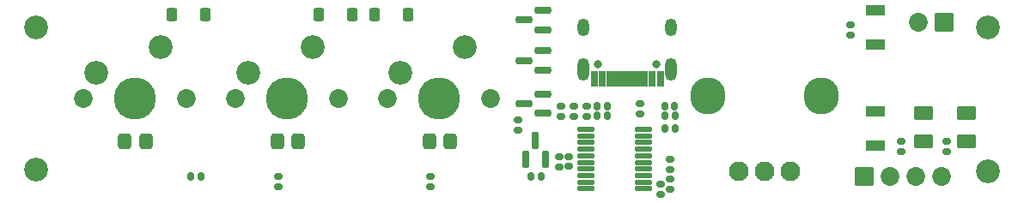
<source format=gts>
%TF.GenerationSoftware,KiCad,Pcbnew,9.0.2*%
%TF.CreationDate,2025-05-22T15:05:22+08:00*%
%TF.ProjectId,tsubaki_lite,74737562-616b-4695-9f6c-6974652e6b69,2025.4*%
%TF.SameCoordinates,Original*%
%TF.FileFunction,Soldermask,Top*%
%TF.FilePolarity,Negative*%
%FSLAX46Y46*%
G04 Gerber Fmt 4.6, Leading zero omitted, Abs format (unit mm)*
G04 Created by KiCad (PCBNEW 9.0.2) date 2025-05-22 15:05:22*
%MOMM*%
%LPD*%
G01*
G04 APERTURE LIST*
G04 Aperture macros list*
%AMRoundRect*
0 Rectangle with rounded corners*
0 $1 Rounding radius*
0 $2 $3 $4 $5 $6 $7 $8 $9 X,Y pos of 4 corners*
0 Add a 4 corners polygon primitive as box body*
4,1,4,$2,$3,$4,$5,$6,$7,$8,$9,$2,$3,0*
0 Add four circle primitives for the rounded corners*
1,1,$1+$1,$2,$3*
1,1,$1+$1,$4,$5*
1,1,$1+$1,$6,$7*
1,1,$1+$1,$8,$9*
0 Add four rect primitives between the rounded corners*
20,1,$1+$1,$2,$3,$4,$5,0*
20,1,$1+$1,$4,$5,$6,$7,0*
20,1,$1+$1,$6,$7,$8,$9,0*
20,1,$1+$1,$8,$9,$2,$3,0*%
G04 Aperture macros list end*
%ADD10C,0.802400*%
%ADD11RoundRect,0.076200X0.300000X0.725000X-0.300000X0.725000X-0.300000X-0.725000X0.300000X-0.725000X0*%
%ADD12RoundRect,0.076200X0.150000X0.725000X-0.150000X0.725000X-0.150000X-0.725000X0.150000X-0.725000X0*%
%ADD13O,1.152400X2.252400*%
%ADD14O,1.152400X1.752400*%
%ADD15RoundRect,0.173100X-0.223100X0.173100X-0.223100X-0.173100X0.223100X-0.173100X0.223100X0.173100X0*%
%ADD16RoundRect,0.173100X0.223100X-0.173100X0.223100X0.173100X-0.223100X0.173100X-0.223100X-0.173100X0*%
%ADD17RoundRect,0.138100X-0.675600X-0.138100X0.675600X-0.138100X0.675600X0.138100X-0.675600X0.138100X0*%
%ADD18C,2.352400*%
%ADD19RoundRect,0.283130X0.368070X0.493070X-0.368070X0.493070X-0.368070X-0.493070X0.368070X-0.493070X0*%
%ADD20RoundRect,0.173100X0.173100X0.223100X-0.173100X0.223100X-0.173100X-0.223100X0.173100X-0.223100X0*%
%ADD21RoundRect,0.178100X-0.208100X0.178100X-0.208100X-0.178100X0.208100X-0.178100X0.208100X0.178100X0*%
%ADD22RoundRect,0.076200X0.850000X-0.450000X0.850000X0.450000X-0.850000X0.450000X-0.850000X-0.450000X0*%
%ADD23C,1.852400*%
%ADD24C,4.152400*%
%ADD25RoundRect,0.076200X0.850000X-0.850000X0.850000X0.850000X-0.850000X0.850000X-0.850000X-0.850000X0*%
%ADD26RoundRect,0.188100X0.188100X-0.625600X0.188100X0.625600X-0.188100X0.625600X-0.188100X-0.625600X0*%
%ADD27RoundRect,0.076200X-0.850000X0.450000X-0.850000X-0.450000X0.850000X-0.450000X0.850000X0.450000X0*%
%ADD28RoundRect,0.076200X-0.850000X0.850000X-0.850000X-0.850000X0.850000X-0.850000X0.850000X0.850000X0*%
%ADD29RoundRect,0.280480X-0.670720X0.420720X-0.670720X-0.420720X0.670720X-0.420720X0.670720X0.420720X0*%
%ADD30RoundRect,0.263100X-0.263100X-0.413100X0.263100X-0.413100X0.263100X0.413100X-0.263100X0.413100X0*%
%ADD31RoundRect,0.263100X0.263100X0.413100X-0.263100X0.413100X-0.263100X-0.413100X0.263100X-0.413100X0*%
%ADD32RoundRect,0.188100X0.625600X0.188100X-0.625600X0.188100X-0.625600X-0.188100X0.625600X-0.188100X0*%
%ADD33RoundRect,0.178100X-0.178100X-0.208100X0.178100X-0.208100X0.178100X0.208100X-0.178100X0.208100X0*%
%ADD34RoundRect,0.173100X-0.173100X-0.223100X0.173100X-0.223100X0.173100X0.223100X-0.173100X0.223100X0*%
%ADD35C,1.952400*%
%ADD36O,3.452400X3.652400*%
G04 APERTURE END LIST*
D10*
%TO.C,J1*%
X157129248Y-96648130D03*
X151349248Y-96648130D03*
D11*
X157489248Y-98093130D03*
X156689248Y-98093130D03*
D12*
X155489248Y-98093130D03*
X154489248Y-98093130D03*
X153989248Y-98093130D03*
X152989248Y-98093130D03*
D11*
X151789248Y-98093130D03*
X150989248Y-98093130D03*
X150989248Y-98093130D03*
X151789248Y-98093130D03*
D12*
X152489248Y-98093130D03*
X153489248Y-98093130D03*
X154989248Y-98093130D03*
X155989248Y-98093130D03*
D11*
X156689248Y-98093130D03*
X157489248Y-98093130D03*
D13*
X158559248Y-97178130D03*
D14*
X158559248Y-92998130D03*
D13*
X149919248Y-97178130D03*
D14*
X149919248Y-92998130D03*
%TD*%
D15*
%TO.C,R3*%
X155500000Y-101510000D03*
X155500000Y-100490000D03*
%TD*%
D16*
%TO.C,R15*%
X158500000Y-107990000D03*
X158500000Y-109010000D03*
%TD*%
D17*
%TO.C,U1*%
X155862500Y-103075000D03*
X155862500Y-103725000D03*
X155862500Y-104375000D03*
X155862500Y-105025000D03*
X155862500Y-105675000D03*
X155862500Y-106325000D03*
X155862500Y-106975000D03*
X155862500Y-107625000D03*
X155862500Y-108275000D03*
X155862500Y-108925000D03*
X150137500Y-108925000D03*
X150137500Y-108275000D03*
X150137500Y-107625000D03*
X150137500Y-106975000D03*
X150137500Y-106325000D03*
X150137500Y-105675000D03*
X150137500Y-105025000D03*
X150137500Y-104375000D03*
X150137500Y-103725000D03*
X150137500Y-103075000D03*
%TD*%
D16*
%TO.C,R_1_3*%
X134874000Y-108716000D03*
X134874000Y-107696000D03*
%TD*%
%TO.C,R16*%
X176210000Y-93770100D03*
X176210000Y-92750100D03*
%TD*%
D18*
%TO.C,H1*%
X96000000Y-93000000D03*
%TD*%
D19*
%TO.C,L_1_1*%
X106775000Y-104250000D03*
X104725000Y-104250000D03*
%TD*%
D20*
%TO.C,R8*%
X152260000Y-101750100D03*
X151240000Y-101750100D03*
%TD*%
D21*
%TO.C,C1*%
X148500000Y-105770000D03*
X148500000Y-106730000D03*
%TD*%
D22*
%TO.C,SW1*%
X178710000Y-104650100D03*
X178710000Y-101250100D03*
%TD*%
D23*
%TO.C,SW_1_2*%
X115590000Y-100000000D03*
D24*
X120670000Y-100000000D03*
D23*
X125750000Y-100000000D03*
D18*
X123210000Y-94920000D03*
X116860000Y-97460000D03*
%TD*%
D19*
%TO.C,L_1_2*%
X121800000Y-104250000D03*
X119750000Y-104250000D03*
%TD*%
D20*
%TO.C,R13*%
X145760000Y-107750000D03*
X144740000Y-107750000D03*
%TD*%
D18*
%TO.C,H3*%
X189750000Y-93000000D03*
%TD*%
D25*
%TO.C,J3*%
X177630000Y-107750100D03*
D23*
X180170000Y-107750100D03*
X182710000Y-107750100D03*
X185250000Y-107750100D03*
%TD*%
D26*
%TO.C,Q4*%
X144250000Y-106000000D03*
X146150000Y-106000000D03*
X145200000Y-104125000D03*
%TD*%
D16*
%TO.C,R6*%
X147750000Y-101760000D03*
X147750000Y-100740000D03*
%TD*%
D27*
%TO.C,SW2*%
X178710000Y-91300100D03*
X178710000Y-94700100D03*
%TD*%
D16*
%TO.C,R11*%
X143510000Y-103126000D03*
X143510000Y-102106000D03*
%TD*%
D28*
%TO.C,J2*%
X185485000Y-92500100D03*
D23*
X182945000Y-92500100D03*
%TD*%
D29*
%TO.C,D2*%
X183460000Y-101450100D03*
X183460000Y-104250100D03*
%TD*%
D18*
%TO.C,H4*%
X189750000Y-107250000D03*
%TD*%
D15*
%TO.C,R14*%
X158500000Y-105990000D03*
X158500000Y-107010000D03*
%TD*%
D30*
%TO.C,D_1_1*%
X109350000Y-91750000D03*
X112650000Y-91750000D03*
%TD*%
D18*
%TO.C,H2*%
X96000000Y-107000000D03*
%TD*%
D20*
%TO.C,R_1_1*%
X112260000Y-107750000D03*
X111240000Y-107750000D03*
%TD*%
%TO.C,R1*%
X159010000Y-103000000D03*
X157990000Y-103000000D03*
%TD*%
D31*
%TO.C,D_1_3*%
X132650000Y-91750000D03*
X129350000Y-91750000D03*
%TD*%
D19*
%TO.C,L_1_3*%
X136775000Y-104250000D03*
X134725000Y-104250000D03*
%TD*%
D15*
%TO.C,R10*%
X147500000Y-105740000D03*
X147500000Y-106760000D03*
%TD*%
D32*
%TO.C,Q3*%
X145937500Y-101450000D03*
X145937500Y-99550000D03*
X144062500Y-100500000D03*
%TD*%
D29*
%TO.C,D1*%
X187710000Y-101450100D03*
X187710000Y-104250100D03*
%TD*%
D23*
%TO.C,SW_1_1*%
X100670000Y-100000000D03*
D24*
X105750000Y-100000000D03*
D23*
X110830000Y-100000000D03*
D18*
X108290000Y-94920000D03*
X101940000Y-97460000D03*
%TD*%
D32*
%TO.C,Q1*%
X145937500Y-93200000D03*
X145937500Y-91300000D03*
X144062500Y-92250000D03*
%TD*%
D30*
%TO.C,D_1_2*%
X123850000Y-91750000D03*
X127150000Y-91750000D03*
%TD*%
D16*
%TO.C,R_1_2*%
X119888000Y-108716000D03*
X119888000Y-107696000D03*
%TD*%
D33*
%TO.C,C3*%
X157960000Y-100750100D03*
X158920000Y-100750100D03*
%TD*%
%TO.C,C2*%
X157980000Y-101750100D03*
X158940000Y-101750100D03*
%TD*%
D34*
%TO.C,R2*%
X151240000Y-100750000D03*
X152260000Y-100750000D03*
%TD*%
D35*
%TO.C,SW3*%
X165209995Y-107250064D03*
X170290005Y-107250064D03*
X167750000Y-107250064D03*
D36*
X173349949Y-99749936D03*
X162150051Y-99749936D03*
%TD*%
D32*
%TO.C,Q2*%
X145937500Y-97200000D03*
X145937500Y-95300000D03*
X144062500Y-96250000D03*
%TD*%
D15*
%TO.C,R7*%
X148960000Y-100750100D03*
X148960000Y-101770100D03*
%TD*%
D16*
%TO.C,R4*%
X185710000Y-105260100D03*
X185710000Y-104240100D03*
%TD*%
%TO.C,R9*%
X150250000Y-101760000D03*
X150250000Y-100740000D03*
%TD*%
%TO.C,R5*%
X181250000Y-105260100D03*
X181250000Y-104240100D03*
%TD*%
D23*
%TO.C,SW_1_3*%
X130590000Y-100000000D03*
D24*
X135670000Y-100000000D03*
D23*
X140750000Y-100000000D03*
D18*
X138210000Y-94920000D03*
X131860000Y-97460000D03*
%TD*%
D15*
%TO.C,R12*%
X157500000Y-108500000D03*
X157500000Y-109520000D03*
%TD*%
M02*

</source>
